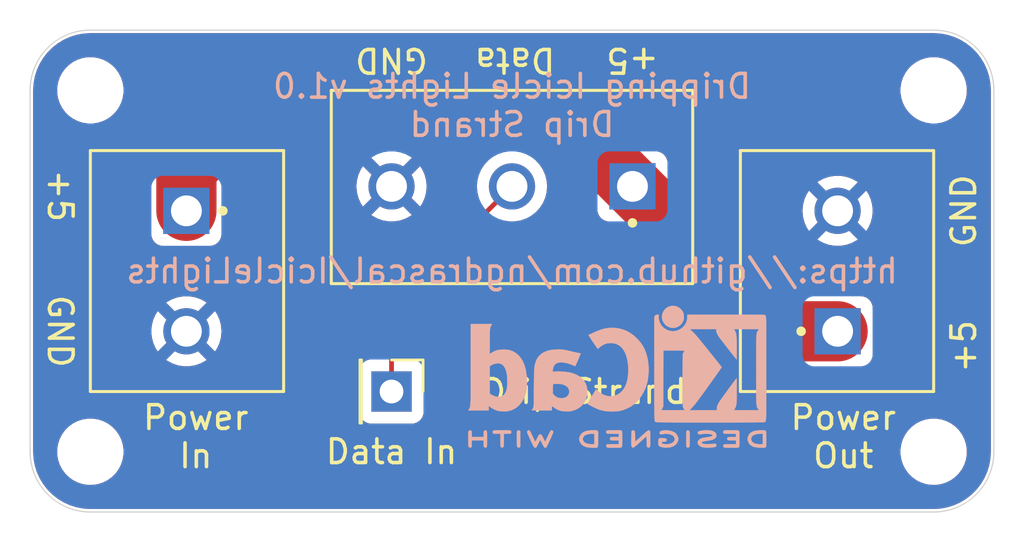
<source format=kicad_pcb>
(kicad_pcb (version 20240108) (generator "pcbnew") (generator_version "8.0")
  (layers (0 "F.Cu" signal) (31 "B.Cu" signal) (34 "B.Paste" user) (35 "F.Paste" user) (36 "B.SilkS" user "B.Silkscreen") (37 "F.SilkS" user "F.Silkscreen") (38 "B.Mask" user) (39 "F.Mask" user) (44 "Edge.Cuts" user))
  (net 0 "")
  (net 1 "/Data")
  (net 2 "+5V")
  (net 3 "GND")
  (footprint "" (layer "F.Cu") (at 134.62 109.22)
    (property "Reference" "" (at 0 0 0) (layer "F.SilkS") (effects (font (size 1.27 1.27))))
    (property "Value" "")
    (pad "" np_thru_hole circle (at 0 0) (size 2.5 2.5) (drill 2.54) (layers "F&B.Cu" "*.Mask"))
  )
  (footprint "" (layer "F.Cu") (at 170.18 93.98)
    (property "Reference" "" (at 0 0 0) (layer "F.SilkS") (effects (font (size 1.27 1.27))))
    (property "Value" "")
    (pad "" np_thru_hole circle (at 0 0) (size 2.5 2.5) (drill 2.54) (layers "F&B.Cu" "*.Mask"))
  )
  (footprint "MyTerminalBlock:PHOENIX - TERM BLK 2P SIDE ENT 5.08MM PCB" (layer "F.Cu") (at 134.62 96.52 -90)
    (property "Reference" "J1" (hide yes))
    (property "Value" "Screw_Terminal_01x02" (hide yes))
    (pad "1" thru_hole rect (at 2.54 -4.05 270) (size 1.95 1.95) (drill 1.3) (layers "*.Cu" "*.Mask") (net 2 "+5V"))
    (pad "2" thru_hole circle (at 7.62 -4.05 270) (size 1.95 1.95) (drill 1.3) (layers "*.Cu" "*.Mask") (net 3 "GND"))
  )
  (footprint "Connector_PinHeader_2.54mm:PinHeader_1x01_P2.54mm_Vertical" (layer "F.Cu") (at 147.32 106.68 -90)
    (property "Reference" "J2" (hide yes))
    (property "Value" "Conn_01x01_Pin" (hide yes))
    (pad "1" thru_hole rect (at 0 0 270) (size 1.7 1.7) (drill 1) (layers "*.Cu" "*.Mask") (net 1 "/Data"))
  )
  (footprint "" (layer "F.Cu") (at 134.62 93.98)
    (property "Reference" "" (at 0 0 0) (layer "F.SilkS") (effects (font (size 1.27 1.27))))
    (property "Value" "")
    (pad "" np_thru_hole circle (at 0 0) (size 2.5 2.5) (drill 2.54) (layers "F&B.Cu" "*.Mask"))
  )
  (footprint "MyTerminalBlock:PHOENIX - TERM BLK 3P SIDE ENT 5.08MM PCB" (layer "F.Cu") (at 160.02 93.98 180)
    (property "Reference" "J3" (hide yes))
    (property "Value" "Screw_Terminal_01x03" (hide yes))
    (pad "1" thru_hole rect (at 2.54 -4.05 180) (size 1.95 1.95) (drill 1.3) (layers "*.Cu" "*.Mask") (net 2 "+5V"))
    (pad "2" thru_hole circle (at 7.62 -4.05 180) (size 1.95 1.95) (drill 1.3) (layers "*.Cu" "*.Mask") (net 1 "/Data"))
    (pad "3" thru_hole circle (at 12.7 -4.05 180) (size 1.95 1.95) (drill 1.3) (layers "*.Cu" "*.Mask") (net 3 "GND"))
  )
  (footprint "MyTerminalBlock:PHOENIX - TERM BLK 2P SIDE ENT 5.08MM PCB" (layer "F.Cu") (at 170.18 106.68 90)
    (property "Reference" "J4" (hide yes))
    (property "Value" "Screw_Terminal_01x02" (hide yes))
    (pad "1" thru_hole rect (at 2.54 -4.05 90) (size 1.95 1.95) (drill 1.3) (layers "*.Cu" "*.Mask") (net 2 "+5V"))
    (pad "2" thru_hole circle (at 7.62 -4.05 90) (size 1.95 1.95) (drill 1.3) (layers "*.Cu" "*.Mask") (net 3 "GND"))
  )
  (footprint "" (layer "F.Cu") (at 170.18 109.22)
    (property "Reference" "" (at 0 0 0) (layer "F.SilkS") (effects (font (size 1.27 1.27))))
    (property "Value" "")
    (pad "" np_thru_hole circle (at 0 0) (size 2.5 2.5) (drill 2.54) (layers "F&B.Cu" "*.Mask"))
  )
  (footprint "Symbol:KiCad-Logo2_5mm_SilkScreen" (layer "B.Cu") (at 156.845 106.045 180)
    (property "Reference" "REF**" (hide yes))
    (property "Value" "KiCad-Logo2_5mm_SilkScreen" (hide yes))
  )
  (gr_line (start 134.62 91.44) (end 170.18 91.44) (stroke (width 0.05)) (layer "Edge.Cuts"))
  (gr_arc (start 172.72 109.22) (mid 171.976051 111.016051) (end 170.18 111.76) (stroke (width 0.05)) (layer "Edge.Cuts"))
  (gr_arc (start 132.08 93.98) (mid 132.823949 92.183949) (end 134.62 91.44) (stroke (width 0.05)) (layer "Edge.Cuts"))
  (gr_line (start 172.72 93.98) (end 172.72 109.22) (stroke (width 0.05)) (layer "Edge.Cuts"))
  (gr_arc (start 134.62 111.76) (mid 132.823949 111.016051) (end 132.08 109.22) (stroke (width 0.05)) (layer "Edge.Cuts"))
  (gr_arc (start 170.18 91.44) (mid 171.976051 92.183949) (end 172.72 93.98) (stroke (width 0.05)) (layer "Edge.Cuts"))
  (gr_line (start 170.18 111.76) (end 134.62 111.76) (stroke (width 0.05)) (layer "Edge.Cuts"))
  (gr_line (start 132.08 109.22) (end 132.08 93.98) (stroke (width 0.05)) (layer "Edge.Cuts"))
  (gr_text "Dripping Icicle Lights v1.0\nDrip Strand" (at 152.4 94.615 0) (layer "B.SilkS") (effects (font (size 1 1)) (justify mirror)))
  (gr_text "https://github.com/ngdrascal/IcicleLights" (at 152.4 101.6 0) (layer "B.SilkS") (effects (font (size 1 1)) (justify mirror)))
  (gr_text "Power\nIn" (at 139.065 108.585 0) (layer "F.SilkS") (effects (font (size 1 1))))
  (gr_text "+5" (at 133.35 98.425 270) (layer "F.SilkS") (effects (font (size 1 1))))
  (gr_text "Drip Strand" (at 155.448 106.68 0) (layer "F.SilkS") (effects (font (size 1 1))))
  (gr_text "GND" (at 147.32 92.71 180) (layer "F.SilkS") (effects (font (size 1 1))))
  (gr_text "Data In" (at 147.32 109.22 0) (layer "F.SilkS") (effects (font (size 1 1))))
  (gr_text "GND" (at 133.35 104.14 270) (layer "F.SilkS") (effects (font (size 1 1))))
  (gr_text "+5" (at 157.48 92.71 180) (layer "F.SilkS") (effects (font (size 1 1))))
  (gr_text "Power\nOut" (at 166.37 108.585 0) (layer "F.SilkS") (effects (font (size 1 1))))
  (gr_text "GND" (at 171.45 99.06 90) (layer "F.SilkS") (effects (font (size 1 1))))
  (gr_text "+5" (at 171.45 104.775 90) (layer "F.SilkS") (effects (font (size 1 1))))
  (gr_text "Data" (at 154.305 92.71 180) (layer "F.SilkS") (effects (font (size 1 1)) (justify left)))
  (segment (start 147.32 103.11) (end 152.4 98.03) (width 0.2) (layer "F.Cu") (net 1))
  (segment (start 147.32 106.68) (end 147.32 103.11) (width 0.2) (layer "F.Cu") (net 1))
  (segment (start 154.446 94.996) (end 157.48 98.03) (width 2.54) (layer "F.Cu") (net 2))
  (segment (start 140.97 94.996) (end 154.446 94.996) (width 2.54) (layer "F.Cu") (net 2))
  (segment (start 163.59 104.14) (end 157.48 98.03) (width 2.54) (layer "F.Cu") (net 2))
  (segment (start 166.13 104.14) (end 163.59 104.14) (width 2.54) (layer "F.Cu") (net 2))
  (segment (start 138.67 97.296) (end 140.97 94.996) (width 2.54) (layer "F.Cu") (net 2))
  (segment (start 138.67 99.06) (end 138.67 97.296) (width 2.54) (layer "F.Cu") (net 2))
  (zone (net 3) (net_name "GND") (layer "F.Cu") (connect_pads (clearance 0.5)) (min_thickness 0.25) (fill yes (thermal_gap 0.5) (thermal_bridge_width 0.5))
    (polygon (pts (xy 130.81 90.17) (xy 173.99 90.17) (xy 173.99 113.03) (xy 130.81 113.03)))
  )
  (zone (net 3) (net_name "GND") (layer "B.Cu") (connect_pads (clearance 0.5)) (min_thickness 0.25) (fill yes (thermal_gap 0.5) (thermal_bridge_width 0.5))
    (polygon (pts (xy 130.81 90.17) (xy 173.99 90.17) (xy 173.99 113.03) (xy 130.81 113.03)))
  )
)
</source>
